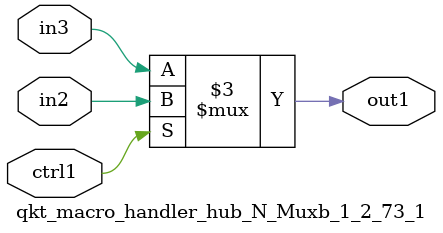
<source format=v>

`timescale 1ps / 1ps


module qkt_macro_handler_hub_N_Muxb_1_2_73_1( in3, in2, ctrl1, out1 );

    input in3;
    input in2;
    input ctrl1;
    output out1;
    reg out1;

    
    // rtl_process:qkt_macro_handler_hub_N_Muxb_1_2_73_1/qkt_macro_handler_hub_N_Muxb_1_2_73_1_thread_1
    always @*
      begin : qkt_macro_handler_hub_N_Muxb_1_2_73_1_thread_1
        case (ctrl1) 
          1'b1: 
            begin
              out1 = in2;
            end
          default: 
            begin
              out1 = in3;
            end
        endcase
      end

endmodule



</source>
